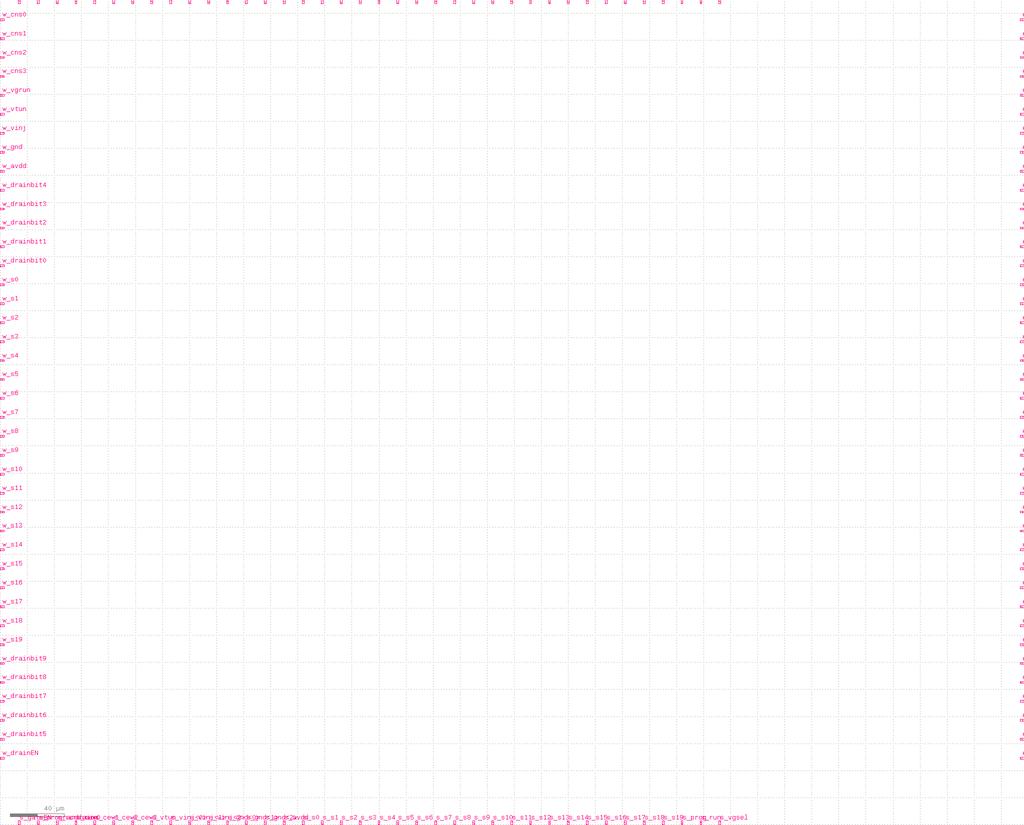
<source format=lef>
VERSION 5.5 ;
NAMESCASESENSITIVE ON ;
BUSBITCHARS "[]" ;
DIVIDERCHAR "/" ;

PROPERTYDEFINITIONS
  LAYER routingPitch REAL ;
END PROPERTYDEFINITIONS

UNITS
  DATABASE MICRONS 1000 ;
END UNITS
MANUFACTURINGGRID 0.01 ;
LAYER POLY1
  TYPE MASTERSLICE ;
END POLY1

LAYER CONT
  TYPE CUT ;
  SPACING 0.4 ;
END CONT

LAYER METAL1
  TYPE ROUTING ;
  DIRECTION HORIZONTAL ;
  PITCH 0 ;
  WIDTH 0.5 ;
  SPACING 0.45 ;
  PROPERTY routingPitch 1.25 ;
END METAL1

LAYER VIA12
  TYPE CUT ;
  SPACING 0.45 ;
END VIA12

LAYER METAL2
  TYPE ROUTING ;
  DIRECTION VERTICAL ;
  PITCH 0 ;
  WIDTH 0.6 ;
  SPACING 0.5 ;
  PROPERTY routingPitch 1.4 ;
END METAL2

LAYER VIA23
  TYPE CUT ;
  SPACING 0.45 ;
END VIA23

LAYER METAL3
  TYPE ROUTING ;
  DIRECTION HORIZONTAL ;
  PITCH 0 ;
  WIDTH 0.6 ;
  SPACING 0.5 ;
  PROPERTY routingPitch 1.25 ;
END METAL3

LAYER VIA34
  TYPE CUT ;
  SPACING 0.45 ;
END VIA34

LAYER METAL4
  TYPE ROUTING ;
  DIRECTION VERTICAL ;
  PITCH 0 ;
  WIDTH 0.6 ;
  SPACING 0.6 ;
  PROPERTY routingPitch 1.4 ;
END METAL4

LAYER OVERLAP
  TYPE OVERLAP ;
END OVERLAP

VIARULE M4_M3 GENERATE
  LAYER METAL3 ;
    ENCLOSURE 0.2 0.2 ;
  LAYER METAL4 ;
    ENCLOSURE 0.15 0.15 ;
  LAYER VIA34 ;
    RECT -0.25 -0.25 0.25 0.25 ;
    SPACING 1 BY 1 ;
END M4_M3

VIARULE M3_M2 GENERATE
  LAYER METAL2 ;
    ENCLOSURE 0.2 0.2 ;
  LAYER METAL3 ;
    ENCLOSURE 0.15 0.15 ;
  LAYER VIA23 ;
    RECT -0.25 -0.25 0.25 0.25 ;
    SPACING 1 BY 1 ;
END M3_M2

VIARULE M2_M1 GENERATE
  LAYER METAL1 ;
    ENCLOSURE 0.2 0.2 ;
  LAYER METAL2 ;
    ENCLOSURE 0.15 0.15 ;
  LAYER VIA12 ;
    RECT -0.25 -0.25 0.25 0.25 ;
    SPACING 1 BY 1 ;
END M2_M1

VIARULE M1_POLY1 GENERATE
  LAYER POLY1 ;
    ENCLOSURE 0.2 0.2 ;
  LAYER METAL1 ;
    ENCLOSURE 0.15 0.15 ;
  LAYER CONT ;
    RECT -0.2 -0.2 0.2 0.2 ;
    SPACING 1 BY 1 ;
END M1_POLY1

VIA M1_POLY1
  LAYER CONT ;
    RECT -0.2 -0.2 0.2 0.2 ;
  LAYER POLY1 ;
    RECT -0.4 -0.4 0.4 0.4 ;
  LAYER METAL1 ;
    RECT -0.35 -0.35 0.35 0.35 ;
END M1_POLY1

VIA M2_M1
  LAYER VIA12 ;
    RECT -0.25 -0.25 0.25 0.25 ;
  LAYER METAL2 ;
    RECT -0.4 -0.4 0.4 0.4 ;
  LAYER METAL1 ;
    RECT -0.45 -0.45 0.45 0.45 ;
END M2_M1

VIA M3_M2
  LAYER VIA23 ;
    RECT -0.25 -0.25 0.25 0.25 ;
  LAYER METAL3 ;
    RECT -0.4 -0.4 0.4 0.4 ;
  LAYER METAL2 ;
    RECT -0.45 -0.45 0.45 0.45 ;
END M3_M2

VIA M4_M3
  LAYER VIA34 ;
    RECT -0.25 -0.25 0.25 0.25 ;
  LAYER METAL4 ;
    RECT -0.4 -0.4 0.4 0.4 ;
  LAYER METAL3 ;
    RECT -0.45 -0.45 0.45 0.45 ;
END M4_M3


MACRO cab1
  PIN n_gateEN
    DIRECTION INOUT ;
    USE SIGNAL ;
    PORT
      LAYER METAL3 ;
        RECT 13.3 607.09 14.7 609.89 ;
    END
  END n_gateEN
  PIN n_programdrain
    DIRECTION INOUT ;
    USE SIGNAL ;
    PORT
      LAYER METAL3 ;
        RECT 27.3 607.09 28.7 609.89 ;
    END
  END n_programdrain
  PIN n_rundrain
    DIRECTION INOUT ;
    USE SIGNAL ;
    PORT
      LAYER METAL3 ;
        RECT 41.3 607.09 42.7 609.89 ;
    END
  END n_rundrain
  PIN n_cew0
    DIRECTION INOUT ;
    USE SIGNAL ;
    PORT
      LAYER METAL3 ;
        RECT 55.3 607.09 56.7 609.89 ;
    END
  END n_cew0
  PIN n_cew1
    DIRECTION INOUT ;
    USE SIGNAL ;
    PORT
      LAYER METAL3 ;
        RECT 69.3 607.09 70.7 609.89 ;
    END
  END n_cew1
  PIN n_cew2
    DIRECTION INOUT ;
    USE SIGNAL ;
    PORT
      LAYER METAL3 ;
        RECT 83.3 607.09 84.7 609.89 ;
    END
  END n_cew2
  PIN n_cew3
    DIRECTION INOUT ;
    USE SIGNAL ;
    PORT
      LAYER METAL3 ;
        RECT 97.3 607.09 98.7 609.89 ;
    END
  END n_cew3
  PIN n_vtun
    DIRECTION INOUT ;
    USE SIGNAL ;
    PORT
      LAYER METAL3 ;
        RECT 111.3 607.09 112.7 609.89 ;
    END
  END n_vtun
  PIN n_vinj<0>
    DIRECTION INOUT ;
    USE SIGNAL ;
    PORT
      LAYER METAL3 ;
        RECT 125.3 607.09 126.7 609.89 ;
    END
  END n_vinj<0>
  PIN n_vinj<1>
    DIRECTION INOUT ;
    USE SIGNAL ;
    PORT
      LAYER METAL3 ;
        RECT 139.3 607.09 140.7 609.89 ;
    END
  END n_vinj<1>
  PIN n_vinj<2>
    DIRECTION INOUT ;
    USE SIGNAL ;
    PORT
      LAYER METAL3 ;
        RECT 153.3 607.09 154.7 609.89 ;
    END
  END n_vinj<2>
  PIN n_gnd<0>
    DIRECTION INOUT ;
    USE SIGNAL ;
    PORT
      LAYER METAL3 ;
        RECT 167.3 607.09 168.7 609.89 ;
    END
  END n_gnd<0>
  PIN n_gnd<1>
    DIRECTION INOUT ;
    USE SIGNAL ;
    PORT
      LAYER METAL3 ;
        RECT 181.3 607.09 182.7 609.89 ;
    END
  END n_gnd<1>
  PIN n_gnd<2>
    DIRECTION INOUT ;
    USE SIGNAL ;
    PORT
      LAYER METAL3 ;
        RECT 195.3 607.09 196.7 609.89 ;
    END
  END n_gnd<2>
  PIN n_avdd
    DIRECTION INOUT ;
    USE SIGNAL ;
    PORT
      LAYER METAL3 ;
        RECT 209.3 607.09 210.7 609.89 ;
    END
  END n_avdd
  PIN n_s0
    DIRECTION INOUT ;
    USE SIGNAL ;
    PORT
      LAYER METAL3 ;
        RECT 223.3 607.09 224.7 609.89 ;
    END
  END n_s0
  PIN n_s1
    DIRECTION INOUT ;
    USE SIGNAL ;
    PORT
      LAYER METAL3 ;
        RECT 237.3 607.09 238.7 609.89 ;
    END
  END n_s1
  PIN n_s2
    DIRECTION INOUT ;
    USE SIGNAL ;
    PORT
      LAYER METAL3 ;
        RECT 251.3 607.09 252.7 609.89 ;
    END
  END n_s2
  PIN n_s3
    DIRECTION INOUT ;
    USE SIGNAL ;
    PORT
      LAYER METAL3 ;
        RECT 265.3 607.09 266.7 609.89 ;
    END
  END n_s3
  PIN n_s4
    DIRECTION INOUT ;
    USE SIGNAL ;
    PORT
      LAYER METAL3 ;
        RECT 279.3 607.09 280.7 609.89 ;
    END
  END n_s4
  PIN n_s5
    DIRECTION INOUT ;
    USE SIGNAL ;
    PORT
      LAYER METAL3 ;
        RECT 293.3 607.09 294.7 609.89 ;
    END
  END n_s5
  PIN n_s6
    DIRECTION INOUT ;
    USE SIGNAL ;
    PORT
      LAYER METAL3 ;
        RECT 307.3 607.09 308.7 609.89 ;
    END
  END n_s6
  PIN n_s7
    DIRECTION INOUT ;
    USE SIGNAL ;
    PORT
      LAYER METAL3 ;
        RECT 321.3 607.09 322.7 609.89 ;
    END
  END n_s7
  PIN n_s8
    DIRECTION INOUT ;
    USE SIGNAL ;
    PORT
      LAYER METAL3 ;
        RECT 335.3 607.09 336.7 609.89 ;
    END
  END n_s8
  PIN n_s9
    DIRECTION INOUT ;
    USE SIGNAL ;
    PORT
      LAYER METAL3 ;
        RECT 349.3 607.09 350.7 609.89 ;
    END
  END n_s9
  PIN n_s10
    DIRECTION INOUT ;
    USE SIGNAL ;
    PORT
      LAYER METAL3 ;
        RECT 363.3 607.09 364.7 609.89 ;
    END
  END n_s10
  PIN n_s11
    DIRECTION INOUT ;
    USE SIGNAL ;
    PORT
      LAYER METAL3 ;
        RECT 377.3 607.09 378.7 609.89 ;
    END
  END n_s11
  PIN n_s12
    DIRECTION INOUT ;
    USE SIGNAL ;
    PORT
      LAYER METAL3 ;
        RECT 391.3 607.09 392.7 609.89 ;
    END
  END n_s12
  PIN n_s13
    DIRECTION INOUT ;
    USE SIGNAL ;
    PORT
      LAYER METAL3 ;
        RECT 405.3 607.09 406.7 609.89 ;
    END
  END n_s13
  PIN n_s14
    DIRECTION INOUT ;
    USE SIGNAL ;
    PORT
      LAYER METAL3 ;
        RECT 419.3 607.09 420.7 609.89 ;
    END
  END n_s14
  PIN n_s15
    DIRECTION INOUT ;
    USE SIGNAL ;
    PORT
      LAYER METAL3 ;
        RECT 433.3 607.09 434.7 609.89 ;
    END
  END n_s15
  PIN n_s16
    DIRECTION INOUT ;
    USE SIGNAL ;
    PORT
      LAYER METAL3 ;
        RECT 447.3 607.09 448.7 609.89 ;
    END
  END n_s16
  PIN n_s17
    DIRECTION INOUT ;
    USE SIGNAL ;
    PORT
      LAYER METAL3 ;
        RECT 461.3 607.09 462.7 609.89 ;
    END
  END n_s17
  PIN n_s18
    DIRECTION INOUT ;
    USE SIGNAL ;
    PORT
      LAYER METAL3 ;
        RECT 475.3 607.09 476.7 609.89 ;
    END
  END n_s18
  PIN n_s19
    DIRECTION INOUT ;
    USE SIGNAL ;
    PORT
      LAYER METAL3 ;
        RECT 489.3 607.09 490.7 609.89 ;
    END
  END n_s19
  PIN n_prog
    DIRECTION INOUT ;
    USE SIGNAL ;
    PORT
      LAYER METAL3 ;
        RECT 503.3 607.09 504.7 609.89 ;
    END
  END n_prog
  PIN n_run
    DIRECTION INOUT ;
    USE SIGNAL ;
    PORT
      LAYER METAL3 ;
        RECT 517.3 607.09 518.7 609.89 ;
    END
  END n_run
  PIN n_vgsel
    DIRECTION INOUT ;
    USE SIGNAL ;
    PORT
      LAYER METAL3 ;
        RECT 531.3 607.09 532.7 609.89 ;
    END
  END n_vgsel
  PIN e_cns0
    DIRECTION INOUT ;
    USE SIGNAL ;
    PORT
      LAYER METAL3 ;
        RECT 726.64 594.49 729.44 595.89 ;
    END
  END e_cns0
  PIN e_cns1
    DIRECTION INOUT ;
    USE SIGNAL ;
    PORT
      LAYER METAL3 ;
        RECT 726.64 580.49 729.44 581.89 ;
    END
  END e_cns1
  PIN e_cns2
    DIRECTION INOUT ;
    USE SIGNAL ;
    PORT
      LAYER METAL3 ;
        RECT 726.64 566.49 729.44 567.89 ;
    END
  END e_cns2
  PIN e_cns3
    DIRECTION INOUT ;
    USE SIGNAL ;
    PORT
      LAYER METAL3 ;
        RECT 726.64 552.49 729.44 553.89 ;
    END
  END e_cns3
  PIN e_vgrun
    DIRECTION INOUT ;
    USE SIGNAL ;
    PORT
      LAYER METAL3 ;
        RECT 726.64 538.49 729.44 539.89 ;
    END
  END e_vgrun
  PIN e_vtun
    DIRECTION INOUT ;
    USE SIGNAL ;
    PORT
      LAYER METAL3 ;
        RECT 726.64 524.49 729.44 525.89 ;
    END
  END e_vtun
  PIN e_vinj
    DIRECTION INOUT ;
    USE SIGNAL ;
    PORT
      LAYER METAL3 ;
        RECT 726.64 510.49 729.44 511.89 ;
    END
  END e_vinj
  PIN e_gnd
    DIRECTION INOUT ;
    USE SIGNAL ;
    PORT
      LAYER METAL3 ;
        RECT 726.64 496.49 729.44 497.89 ;
    END
  END e_gnd
  PIN e_avdd
    DIRECTION INOUT ;
    USE SIGNAL ;
    PORT
      LAYER METAL3 ;
        RECT 726.64 482.49 729.44 483.89 ;
    END
  END e_avdd
  PIN e_drainbit4
    DIRECTION INOUT ;
    USE SIGNAL ;
    PORT
      LAYER METAL3 ;
        RECT 726.64 468.49 729.44 469.89 ;
    END
  END e_drainbit4
  PIN e_drainbit3
    DIRECTION INOUT ;
    USE SIGNAL ;
    PORT
      LAYER METAL3 ;
        RECT 726.64 454.49 729.44 455.89 ;
    END
  END e_drainbit3
  PIN e_drainbit2
    DIRECTION INOUT ;
    USE SIGNAL ;
    PORT
      LAYER METAL3 ;
        RECT 726.64 440.49 729.44 441.89 ;
    END
  END e_drainbit2
  PIN e_drainbit1
    DIRECTION INOUT ;
    USE SIGNAL ;
    PORT
      LAYER METAL3 ;
        RECT 726.64 426.49 729.44 427.89 ;
    END
  END e_drainbit1
  PIN e_drainbit0
    DIRECTION INOUT ;
    USE SIGNAL ;
    PORT
      LAYER METAL3 ;
        RECT 726.64 412.49 729.44 413.89 ;
    END
  END e_drainbit0
  PIN e_s0
    DIRECTION INOUT ;
    USE SIGNAL ;
    PORT
      LAYER METAL3 ;
        RECT 726.64 398.49 729.44 399.89 ;
    END
  END e_s0
  PIN e_s1
    DIRECTION INOUT ;
    USE SIGNAL ;
    PORT
      LAYER METAL3 ;
        RECT 726.64 384.49 729.44 385.89 ;
    END
  END e_s1
  PIN e_s2
    DIRECTION INOUT ;
    USE SIGNAL ;
    PORT
      LAYER METAL3 ;
        RECT 726.64 370.49 729.44 371.89 ;
    END
  END e_s2
  PIN e_s3
    DIRECTION INOUT ;
    USE SIGNAL ;
    PORT
      LAYER METAL3 ;
        RECT 726.64 356.49 729.44 357.89 ;
    END
  END e_s3
  PIN e_s4
    DIRECTION INOUT ;
    USE SIGNAL ;
    PORT
      LAYER METAL3 ;
        RECT 726.64 342.49 729.44 343.89 ;
    END
  END e_s4
  PIN e_s5
    DIRECTION INOUT ;
    USE SIGNAL ;
    PORT
      LAYER METAL3 ;
        RECT 726.64 328.49 729.44 329.89 ;
    END
  END e_s5
  PIN e_s6
    DIRECTION INOUT ;
    USE SIGNAL ;
    PORT
      LAYER METAL3 ;
        RECT 726.64 314.49 729.44 315.89 ;
    END
  END e_s6
  PIN e_s7
    DIRECTION INOUT ;
    USE SIGNAL ;
    PORT
      LAYER METAL3 ;
        RECT 726.64 300.49 729.44 301.89 ;
    END
  END e_s7
  PIN e_s8
    DIRECTION INOUT ;
    USE SIGNAL ;
    PORT
      LAYER METAL3 ;
        RECT 726.64 286.49 729.44 287.89 ;
    END
  END e_s8
  PIN e_s9
    DIRECTION INOUT ;
    USE SIGNAL ;
    PORT
      LAYER METAL3 ;
        RECT 726.64 272.49 729.44 273.89 ;
    END
  END e_s9
  PIN e_s10
    DIRECTION INOUT ;
    USE SIGNAL ;
    PORT
      LAYER METAL3 ;
        RECT 726.64 258.49 729.44 259.89 ;
    END
  END e_s10
  PIN e_s11
    DIRECTION INOUT ;
    USE SIGNAL ;
    PORT
      LAYER METAL3 ;
        RECT 726.64 244.49 729.44 245.89 ;
    END
  END e_s11
  PIN e_s12
    DIRECTION INOUT ;
    USE SIGNAL ;
    PORT
      LAYER METAL3 ;
        RECT 726.64 230.49 729.44 231.89 ;
    END
  END e_s12
  PIN e_s13
    DIRECTION INOUT ;
    USE SIGNAL ;
    PORT
      LAYER METAL3 ;
        RECT 726.64 216.49 729.44 217.89 ;
    END
  END e_s13
  PIN e_s14
    DIRECTION INOUT ;
    USE SIGNAL ;
    PORT
      LAYER METAL3 ;
        RECT 726.64 202.49 729.44 203.89 ;
    END
  END e_s14
  PIN e_s15
    DIRECTION INOUT ;
    USE SIGNAL ;
    PORT
      LAYER METAL3 ;
        RECT 726.64 188.49 729.44 189.89 ;
    END
  END e_s15
  PIN e_s16
    DIRECTION INOUT ;
    USE SIGNAL ;
    PORT
      LAYER METAL3 ;
        RECT 726.64 174.49 729.44 175.89 ;
    END
  END e_s16
  PIN e_s17
    DIRECTION INOUT ;
    USE SIGNAL ;
    PORT
      LAYER METAL3 ;
        RECT 726.64 160.49 729.44 161.89 ;
    END
  END e_s17
  PIN e_s18
    DIRECTION INOUT ;
    USE SIGNAL ;
    PORT
      LAYER METAL3 ;
        RECT 726.64 146.49 729.44 147.89 ;
    END
  END e_s18
  PIN e_s19
    DIRECTION INOUT ;
    USE SIGNAL ;
    PORT
      LAYER METAL3 ;
        RECT 726.64 132.49 729.44 133.89 ;
    END
  END e_s19
  PIN e_drainbit9
    DIRECTION INOUT ;
    USE SIGNAL ;
    PORT
      LAYER METAL3 ;
        RECT 726.64 118.49 729.44 119.89 ;
    END
  END e_drainbit9
  PIN e_drainbit8
    DIRECTION INOUT ;
    USE SIGNAL ;
    PORT
      LAYER METAL3 ;
        RECT 726.64 104.49 729.44 105.89 ;
    END
  END e_drainbit8
  PIN e_drainbit7
    DIRECTION INOUT ;
    USE SIGNAL ;
    PORT
      LAYER METAL3 ;
        RECT 726.64 90.49 729.44 91.89 ;
    END
  END e_drainbit7
  PIN e_drainbit6
    DIRECTION INOUT ;
    USE SIGNAL ;
    PORT
      LAYER METAL3 ;
        RECT 726.64 76.49 729.44 77.89 ;
    END
  END e_drainbit6
  PIN e_drainbit5
    DIRECTION INOUT ;
    USE SIGNAL ;
    PORT
      LAYER METAL3 ;
        RECT 726.64 62.49 729.44 63.89 ;
    END
  END e_drainbit5
  PIN e_drainEN
    DIRECTION INOUT ;
    USE SIGNAL ;
    PORT
      LAYER METAL3 ;
        RECT 726.64 48.49 729.44 49.89 ;
    END
  END e_drainEN
  PIN s_gateEN
    DIRECTION INOUT ;
    USE SIGNAL ;
    PORT
      LAYER METAL3 ;
        RECT 13.3 0.0 14.7 2.8 ;
    END
  END s_gateEN
  PIN s_programdrain
    DIRECTION INOUT ;
    USE SIGNAL ;
    PORT
      LAYER METAL3 ;
        RECT 27.3 0.0 28.7 2.8 ;
    END
  END s_programdrain
  PIN s_rundrain
    DIRECTION INOUT ;
    USE SIGNAL ;
    PORT
      LAYER METAL3 ;
        RECT 41.3 0.0 42.7 2.8 ;
    END
  END s_rundrain
  PIN s_cew0
    DIRECTION INOUT ;
    USE SIGNAL ;
    PORT
      LAYER METAL3 ;
        RECT 55.3 0.0 56.7 2.8 ;
    END
  END s_cew0
  PIN s_cew1
    DIRECTION INOUT ;
    USE SIGNAL ;
    PORT
      LAYER METAL3 ;
        RECT 69.3 0.0 70.7 2.8 ;
    END
  END s_cew1
  PIN s_cew2
    DIRECTION INOUT ;
    USE SIGNAL ;
    PORT
      LAYER METAL3 ;
        RECT 83.3 0.0 84.7 2.8 ;
    END
  END s_cew2
  PIN s_cew3
    DIRECTION INOUT ;
    USE SIGNAL ;
    PORT
      LAYER METAL3 ;
        RECT 97.3 0.0 98.7 2.8 ;
    END
  END s_cew3
  PIN s_vtun
    DIRECTION INOUT ;
    USE SIGNAL ;
    PORT
      LAYER METAL3 ;
        RECT 111.3 0.0 112.7 2.8 ;
    END
  END s_vtun
  PIN s_vinj<0>
    DIRECTION INOUT ;
    USE SIGNAL ;
    PORT
      LAYER METAL3 ;
        RECT 125.3 0.0 126.7 2.8 ;
    END
  END s_vinj<0>
  PIN s_vinj<1>
    DIRECTION INOUT ;
    USE SIGNAL ;
    PORT
      LAYER METAL3 ;
        RECT 139.3 0.0 140.7 2.8 ;
    END
  END s_vinj<1>
  PIN s_vinj<2>
    DIRECTION INOUT ;
    USE SIGNAL ;
    PORT
      LAYER METAL3 ;
        RECT 153.3 0.0 154.7 2.8 ;
    END
  END s_vinj<2>
  PIN s_gnd<0>
    DIRECTION INOUT ;
    USE SIGNAL ;
    PORT
      LAYER METAL3 ;
        RECT 167.3 0.0 168.7 2.8 ;
    END
  END s_gnd<0>
  PIN s_gnd<1>
    DIRECTION INOUT ;
    USE SIGNAL ;
    PORT
      LAYER METAL3 ;
        RECT 181.3 0.0 182.7 2.8 ;
    END
  END s_gnd<1>
  PIN s_gnd<2>
    DIRECTION INOUT ;
    USE SIGNAL ;
    PORT
      LAYER METAL3 ;
        RECT 195.3 0.0 196.7 2.8 ;
    END
  END s_gnd<2>
  PIN s_avdd
    DIRECTION INOUT ;
    USE SIGNAL ;
    PORT
      LAYER METAL3 ;
        RECT 209.3 0.0 210.7 2.8 ;
    END
  END s_avdd
  PIN s_s0
    DIRECTION INOUT ;
    USE SIGNAL ;
    PORT
      LAYER METAL3 ;
        RECT 223.3 0.0 224.7 2.8 ;
    END
  END s_s0
  PIN s_s1
    DIRECTION INOUT ;
    USE SIGNAL ;
    PORT
      LAYER METAL3 ;
        RECT 237.3 0.0 238.7 2.8 ;
    END
  END s_s1
  PIN s_s2
    DIRECTION INOUT ;
    USE SIGNAL ;
    PORT
      LAYER METAL3 ;
        RECT 251.3 0.0 252.7 2.8 ;
    END
  END s_s2
  PIN s_s3
    DIRECTION INOUT ;
    USE SIGNAL ;
    PORT
      LAYER METAL3 ;
        RECT 265.3 0.0 266.7 2.8 ;
    END
  END s_s3
  PIN s_s4
    DIRECTION INOUT ;
    USE SIGNAL ;
    PORT
      LAYER METAL3 ;
        RECT 279.3 0.0 280.7 2.8 ;
    END
  END s_s4
  PIN s_s5
    DIRECTION INOUT ;
    USE SIGNAL ;
    PORT
      LAYER METAL3 ;
        RECT 293.3 0.0 294.7 2.8 ;
    END
  END s_s5
  PIN s_s6
    DIRECTION INOUT ;
    USE SIGNAL ;
    PORT
      LAYER METAL3 ;
        RECT 307.3 0.0 308.7 2.8 ;
    END
  END s_s6
  PIN s_s7
    DIRECTION INOUT ;
    USE SIGNAL ;
    PORT
      LAYER METAL3 ;
        RECT 321.3 0.0 322.7 2.8 ;
    END
  END s_s7
  PIN s_s8
    DIRECTION INOUT ;
    USE SIGNAL ;
    PORT
      LAYER METAL3 ;
        RECT 335.3 0.0 336.7 2.8 ;
    END
  END s_s8
  PIN s_s9
    DIRECTION INOUT ;
    USE SIGNAL ;
    PORT
      LAYER METAL3 ;
        RECT 349.3 0.0 350.7 2.8 ;
    END
  END s_s9
  PIN s_s10
    DIRECTION INOUT ;
    USE SIGNAL ;
    PORT
      LAYER METAL3 ;
        RECT 363.3 0.0 364.7 2.8 ;
    END
  END s_s10
  PIN s_s11
    DIRECTION INOUT ;
    USE SIGNAL ;
    PORT
      LAYER METAL3 ;
        RECT 377.3 0.0 378.7 2.8 ;
    END
  END s_s11
  PIN s_s12
    DIRECTION INOUT ;
    USE SIGNAL ;
    PORT
      LAYER METAL3 ;
        RECT 391.3 0.0 392.7 2.8 ;
    END
  END s_s12
  PIN s_s13
    DIRECTION INOUT ;
    USE SIGNAL ;
    PORT
      LAYER METAL3 ;
        RECT 405.3 0.0 406.7 2.8 ;
    END
  END s_s13
  PIN s_s14
    DIRECTION INOUT ;
    USE SIGNAL ;
    PORT
      LAYER METAL3 ;
        RECT 419.3 0.0 420.7 2.8 ;
    END
  END s_s14
  PIN s_s15
    DIRECTION INOUT ;
    USE SIGNAL ;
    PORT
      LAYER METAL3 ;
        RECT 433.3 0.0 434.7 2.8 ;
    END
  END s_s15
  PIN s_s16
    DIRECTION INOUT ;
    USE SIGNAL ;
    PORT
      LAYER METAL3 ;
        RECT 447.3 0.0 448.7 2.8 ;
    END
  END s_s16
  PIN s_s17
    DIRECTION INOUT ;
    USE SIGNAL ;
    PORT
      LAYER METAL3 ;
        RECT 461.3 0.0 462.7 2.8 ;
    END
  END s_s17
  PIN s_s18
    DIRECTION INOUT ;
    USE SIGNAL ;
    PORT
      LAYER METAL3 ;
        RECT 475.3 0.0 476.7 2.8 ;
    END
  END s_s18
  PIN s_s19
    DIRECTION INOUT ;
    USE SIGNAL ;
    PORT
      LAYER METAL3 ;
        RECT 489.3 0.0 490.7 2.8 ;
    END
  END s_s19
  PIN s_prog
    DIRECTION INOUT ;
    USE SIGNAL ;
    PORT
      LAYER METAL3 ;
        RECT 503.3 0.0 504.7 2.8 ;
    END
  END s_prog
  PIN s_run
    DIRECTION INOUT ;
    USE SIGNAL ;
    PORT
      LAYER METAL3 ;
        RECT 517.3 0.0 518.7 2.8 ;
    END
  END s_run
  PIN s_vgsel
    DIRECTION INOUT ;
    USE SIGNAL ;
    PORT
      LAYER METAL3 ;
        RECT 531.3 0.0 532.7 2.8 ;
    END
  END s_vgsel
  PIN w_cns0
    DIRECTION INOUT ;
    USE SIGNAL ;
    PORT
      LAYER METAL3 ;
        RECT 0.0 594.49 2.8 595.89 ;
    END
  END w_cns0
  PIN w_cns1
    DIRECTION INOUT ;
    USE SIGNAL ;
    PORT
      LAYER METAL3 ;
        RECT 0.0 580.49 2.8 581.89 ;
    END
  END w_cns1
  PIN w_cns2
    DIRECTION INOUT ;
    USE SIGNAL ;
    PORT
      LAYER METAL3 ;
        RECT 0.0 566.49 2.8 567.89 ;
    END
  END w_cns2
  PIN w_cns3
    DIRECTION INOUT ;
    USE SIGNAL ;
    PORT
      LAYER METAL3 ;
        RECT 0.0 552.49 2.8 553.89 ;
    END
  END w_cns3
  PIN w_vgrun
    DIRECTION INOUT ;
    USE SIGNAL ;
    PORT
      LAYER METAL3 ;
        RECT 0.0 538.49 2.8 539.89 ;
    END
  END w_vgrun
  PIN w_vtun
    DIRECTION INOUT ;
    USE SIGNAL ;
    PORT
      LAYER METAL3 ;
        RECT 0.0 524.49 2.8 525.89 ;
    END
  END w_vtun
  PIN w_vinj
    DIRECTION INOUT ;
    USE SIGNAL ;
    PORT
      LAYER METAL3 ;
        RECT 0.0 510.49 2.8 511.89 ;
    END
  END w_vinj
  PIN w_gnd
    DIRECTION INOUT ;
    USE SIGNAL ;
    PORT
      LAYER METAL3 ;
        RECT 0.0 496.49 2.8 497.89 ;
    END
  END w_gnd
  PIN w_avdd
    DIRECTION INOUT ;
    USE SIGNAL ;
    PORT
      LAYER METAL3 ;
        RECT 0.0 482.49 2.8 483.89 ;
    END
  END w_avdd
  PIN w_drainbit4
    DIRECTION INOUT ;
    USE SIGNAL ;
    PORT
      LAYER METAL3 ;
        RECT 0.0 468.49 2.8 469.89 ;
    END
  END w_drainbit4
  PIN w_drainbit3
    DIRECTION INOUT ;
    USE SIGNAL ;
    PORT
      LAYER METAL3 ;
        RECT 0.0 454.49 2.8 455.89 ;
    END
  END w_drainbit3
  PIN w_drainbit2
    DIRECTION INOUT ;
    USE SIGNAL ;
    PORT
      LAYER METAL3 ;
        RECT 0.0 440.49 2.8 441.89 ;
    END
  END w_drainbit2
  PIN w_drainbit1
    DIRECTION INOUT ;
    USE SIGNAL ;
    PORT
      LAYER METAL3 ;
        RECT 0.0 426.49 2.8 427.89 ;
    END
  END w_drainbit1
  PIN w_drainbit0
    DIRECTION INOUT ;
    USE SIGNAL ;
    PORT
      LAYER METAL3 ;
        RECT 0.0 412.49 2.8 413.89 ;
    END
  END w_drainbit0
  PIN w_s0
    DIRECTION INOUT ;
    USE SIGNAL ;
    PORT
      LAYER METAL3 ;
        RECT 0.0 398.49 2.8 399.89 ;
    END
  END w_s0
  PIN w_s1
    DIRECTION INOUT ;
    USE SIGNAL ;
    PORT
      LAYER METAL3 ;
        RECT 0.0 384.49 2.8 385.89 ;
    END
  END w_s1
  PIN w_s2
    DIRECTION INOUT ;
    USE SIGNAL ;
    PORT
      LAYER METAL3 ;
        RECT 0.0 370.49 2.8 371.89 ;
    END
  END w_s2
  PIN w_s3
    DIRECTION INOUT ;
    USE SIGNAL ;
    PORT
      LAYER METAL3 ;
        RECT 0.0 356.49 2.8 357.89 ;
    END
  END w_s3
  PIN w_s4
    DIRECTION INOUT ;
    USE SIGNAL ;
    PORT
      LAYER METAL3 ;
        RECT 0.0 342.49 2.8 343.89 ;
    END
  END w_s4
  PIN w_s5
    DIRECTION INOUT ;
    USE SIGNAL ;
    PORT
      LAYER METAL3 ;
        RECT 0.0 328.49 2.8 329.89 ;
    END
  END w_s5
  PIN w_s6
    DIRECTION INOUT ;
    USE SIGNAL ;
    PORT
      LAYER METAL3 ;
        RECT 0.0 314.49 2.8 315.89 ;
    END
  END w_s6
  PIN w_s7
    DIRECTION INOUT ;
    USE SIGNAL ;
    PORT
      LAYER METAL3 ;
        RECT 0.0 300.49 2.8 301.89 ;
    END
  END w_s7
  PIN w_s8
    DIRECTION INOUT ;
    USE SIGNAL ;
    PORT
      LAYER METAL3 ;
        RECT 0.0 286.49 2.8 287.89 ;
    END
  END w_s8
  PIN w_s9
    DIRECTION INOUT ;
    USE SIGNAL ;
    PORT
      LAYER METAL3 ;
        RECT 0.0 272.49 2.8 273.89 ;
    END
  END w_s9
  PIN w_s10
    DIRECTION INOUT ;
    USE SIGNAL ;
    PORT
      LAYER METAL3 ;
        RECT 0.0 258.49 2.8 259.89 ;
    END
  END w_s10
  PIN w_s11
    DIRECTION INOUT ;
    USE SIGNAL ;
    PORT
      LAYER METAL3 ;
        RECT 0.0 244.49 2.8 245.89 ;
    END
  END w_s11
  PIN w_s12
    DIRECTION INOUT ;
    USE SIGNAL ;
    PORT
      LAYER METAL3 ;
        RECT 0.0 230.49 2.8 231.89 ;
    END
  END w_s12
  PIN w_s13
    DIRECTION INOUT ;
    USE SIGNAL ;
    PORT
      LAYER METAL3 ;
        RECT 0.0 216.49 2.8 217.89 ;
    END
  END w_s13
  PIN w_s14
    DIRECTION INOUT ;
    USE SIGNAL ;
    PORT
      LAYER METAL3 ;
        RECT 0.0 202.49 2.8 203.89 ;
    END
  END w_s14
  PIN w_s15
    DIRECTION INOUT ;
    USE SIGNAL ;
    PORT
      LAYER METAL3 ;
        RECT 0.0 188.49 2.8 189.89 ;
    END
  END w_s15
  PIN w_s16
    DIRECTION INOUT ;
    USE SIGNAL ;
    PORT
      LAYER METAL3 ;
        RECT 0.0 174.49 2.8 175.89 ;
    END
  END w_s16
  PIN w_s17
    DIRECTION INOUT ;
    USE SIGNAL ;
    PORT
      LAYER METAL3 ;
        RECT 0.0 160.49 2.8 161.89 ;
    END
  END w_s17
  PIN w_s18
    DIRECTION INOUT ;
    USE SIGNAL ;
    PORT
      LAYER METAL3 ;
        RECT 0.0 146.49 2.8 147.89 ;
    END
  END w_s18
  PIN w_s19
    DIRECTION INOUT ;
    USE SIGNAL ;
    PORT
      LAYER METAL3 ;
        RECT 0.0 132.49 2.8 133.89 ;
    END
  END w_s19
  PIN w_drainbit9
    DIRECTION INOUT ;
    USE SIGNAL ;
    PORT
      LAYER METAL3 ;
        RECT 0.0 118.49 2.8 119.89 ;
    END
  END w_drainbit9
  PIN w_drainbit8
    DIRECTION INOUT ;
    USE SIGNAL ;
    PORT
      LAYER METAL3 ;
        RECT 0.0 104.49 2.8 105.89 ;
    END
  END w_drainbit8
  PIN w_drainbit7
    DIRECTION INOUT ;
    USE SIGNAL ;
    PORT
      LAYER METAL3 ;
        RECT 0.0 90.49 2.8 91.89 ;
    END
  END w_drainbit7
  PIN w_drainbit6
    DIRECTION INOUT ;
    USE SIGNAL ;
    PORT
      LAYER METAL3 ;
        RECT 0.0 76.49 2.8 77.89 ;
    END
  END w_drainbit6
  PIN w_drainbit5
    DIRECTION INOUT ;
    USE SIGNAL ;
    PORT
      LAYER METAL3 ;
        RECT 0.0 62.49 2.8 63.89 ;
    END
  END w_drainbit5
  PIN w_drainEN
    DIRECTION INOUT ;
    USE SIGNAL ;
    PORT
      LAYER METAL3 ;
        RECT 0.0 48.49 2.8 49.89 ;
    END
  END w_drainEN
END cab1

MACRO cab2
  PIN n_gateEN
    DIRECTION INOUT ;
    USE SIGNAL ;
    PORT
      LAYER METAL3 ;
        RECT 13.3 607.09 14.7 609.89 ;
    END
  END n_gateEN
  PIN n_programdrain
    DIRECTION INOUT ;
    USE SIGNAL ;
    PORT
      LAYER METAL3 ;
        RECT 27.3 607.09 28.7 609.89 ;
    END
  END n_programdrain
  PIN n_rundrain
    DIRECTION INOUT ;
    USE SIGNAL ;
    PORT
      LAYER METAL3 ;
        RECT 41.3 607.09 42.7 609.89 ;
    END
  END n_rundrain
  PIN n_cew0
    DIRECTION INOUT ;
    USE SIGNAL ;
    PORT
      LAYER METAL3 ;
        RECT 55.3 607.09 56.7 609.89 ;
    END
  END n_cew0
  PIN n_cew1
    DIRECTION INOUT ;
    USE SIGNAL ;
    PORT
      LAYER METAL3 ;
        RECT 69.3 607.09 70.7 609.89 ;
    END
  END n_cew1
  PIN n_cew2
    DIRECTION INOUT ;
    USE SIGNAL ;
    PORT
      LAYER METAL3 ;
        RECT 83.3 607.09 84.7 609.89 ;
    END
  END n_cew2
  PIN n_cew3
    DIRECTION INOUT ;
    USE SIGNAL ;
    PORT
      LAYER METAL3 ;
        RECT 97.3 607.09 98.7 609.89 ;
    END
  END n_cew3
  PIN n_vtun
    DIRECTION INOUT ;
    USE SIGNAL ;
    PORT
      LAYER METAL3 ;
        RECT 111.3 607.09 112.7 609.89 ;
    END
  END n_vtun
  PIN n_vinj<0>
    DIRECTION INOUT ;
    USE SIGNAL ;
    PORT
      LAYER METAL3 ;
        RECT 125.3 607.09 126.7 609.89 ;
    END
  END n_vinj<0>
  PIN n_vinj<1>
    DIRECTION INOUT ;
    USE SIGNAL ;
    PORT
      LAYER METAL3 ;
        RECT 139.3 607.09 140.7 609.89 ;
    END
  END n_vinj<1>
  PIN n_vinj<2>
    DIRECTION INOUT ;
    USE SIGNAL ;
    PORT
      LAYER METAL3 ;
        RECT 153.3 607.09 154.7 609.89 ;
    END
  END n_vinj<2>
  PIN n_gnd<0>
    DIRECTION INOUT ;
    USE SIGNAL ;
    PORT
      LAYER METAL3 ;
        RECT 167.3 607.09 168.7 609.89 ;
    END
  END n_gnd<0>
  PIN n_gnd<1>
    DIRECTION INOUT ;
    USE SIGNAL ;
    PORT
      LAYER METAL3 ;
        RECT 181.3 607.09 182.7 609.89 ;
    END
  END n_gnd<1>
  PIN n_gnd<2>
    DIRECTION INOUT ;
    USE SIGNAL ;
    PORT
      LAYER METAL3 ;
        RECT 195.3 607.09 196.7 609.89 ;
    END
  END n_gnd<2>
  PIN n_avdd
    DIRECTION INOUT ;
    USE SIGNAL ;
    PORT
      LAYER METAL3 ;
        RECT 209.3 607.09 210.7 609.89 ;
    END
  END n_avdd
  PIN n_s0
    DIRECTION INOUT ;
    USE SIGNAL ;
    PORT
      LAYER METAL3 ;
        RECT 223.3 607.09 224.7 609.89 ;
    END
  END n_s0
  PIN n_s1
    DIRECTION INOUT ;
    USE SIGNAL ;
    PORT
      LAYER METAL3 ;
        RECT 237.3 607.09 238.7 609.89 ;
    END
  END n_s1
  PIN n_s2
    DIRECTION INOUT ;
    USE SIGNAL ;
    PORT
      LAYER METAL3 ;
        RECT 251.3 607.09 252.7 609.89 ;
    END
  END n_s2
  PIN n_s3
    DIRECTION INOUT ;
    USE SIGNAL ;
    PORT
      LAYER METAL3 ;
        RECT 265.3 607.09 266.7 609.89 ;
    END
  END n_s3
  PIN n_s4
    DIRECTION INOUT ;
    USE SIGNAL ;
    PORT
      LAYER METAL3 ;
        RECT 279.3 607.09 280.7 609.89 ;
    END
  END n_s4
  PIN n_s5
    DIRECTION INOUT ;
    USE SIGNAL ;
    PORT
      LAYER METAL3 ;
        RECT 293.3 607.09 294.7 609.89 ;
    END
  END n_s5
  PIN n_s6
    DIRECTION INOUT ;
    USE SIGNAL ;
    PORT
      LAYER METAL3 ;
        RECT 307.3 607.09 308.7 609.89 ;
    END
  END n_s6
  PIN n_s7
    DIRECTION INOUT ;
    USE SIGNAL ;
    PORT
      LAYER METAL3 ;
        RECT 321.3 607.09 322.7 609.89 ;
    END
  END n_s7
  PIN n_s8
    DIRECTION INOUT ;
    USE SIGNAL ;
    PORT
      LAYER METAL3 ;
        RECT 335.3 607.09 336.7 609.89 ;
    END
  END n_s8
  PIN n_s9
    DIRECTION INOUT ;
    USE SIGNAL ;
    PORT
      LAYER METAL3 ;
        RECT 349.3 607.09 350.7 609.89 ;
    END
  END n_s9
  PIN n_s10
    DIRECTION INOUT ;
    USE SIGNAL ;
    PORT
      LAYER METAL3 ;
        RECT 363.3 607.09 364.7 609.89 ;
    END
  END n_s10
  PIN n_s11
    DIRECTION INOUT ;
    USE SIGNAL ;
    PORT
      LAYER METAL3 ;
        RECT 377.3 607.09 378.7 609.89 ;
    END
  END n_s11
  PIN n_s12
    DIRECTION INOUT ;
    USE SIGNAL ;
    PORT
      LAYER METAL3 ;
        RECT 391.3 607.09 392.7 609.89 ;
    END
  END n_s12
  PIN n_s13
    DIRECTION INOUT ;
    USE SIGNAL ;
    PORT
      LAYER METAL3 ;
        RECT 405.3 607.09 406.7 609.89 ;
    END
  END n_s13
  PIN n_s14
    DIRECTION INOUT ;
    USE SIGNAL ;
    PORT
      LAYER METAL3 ;
        RECT 419.3 607.09 420.7 609.89 ;
    END
  END n_s14
  PIN n_s15
    DIRECTION INOUT ;
    USE SIGNAL ;
    PORT
      LAYER METAL3 ;
        RECT 433.3 607.09 434.7 609.89 ;
    END
  END n_s15
  PIN n_s16
    DIRECTION INOUT ;
    USE SIGNAL ;
    PORT
      LAYER METAL3 ;
        RECT 447.3 607.09 448.7 609.89 ;
    END
  END n_s16
  PIN n_s17
    DIRECTION INOUT ;
    USE SIGNAL ;
    PORT
      LAYER METAL3 ;
        RECT 461.3 607.09 462.7 609.89 ;
    END
  END n_s17
  PIN n_s18
    DIRECTION INOUT ;
    USE SIGNAL ;
    PORT
      LAYER METAL3 ;
        RECT 475.3 607.09 476.7 609.89 ;
    END
  END n_s18
  PIN n_s19
    DIRECTION INOUT ;
    USE SIGNAL ;
    PORT
      LAYER METAL3 ;
        RECT 489.3 607.09 490.7 609.89 ;
    END
  END n_s19
  PIN n_prog
    DIRECTION INOUT ;
    USE SIGNAL ;
    PORT
      LAYER METAL3 ;
        RECT 503.3 607.09 504.7 609.89 ;
    END
  END n_prog
  PIN n_run
    DIRECTION INOUT ;
    USE SIGNAL ;
    PORT
      LAYER METAL3 ;
        RECT 517.3 607.09 518.7 609.89 ;
    END
  END n_run
  PIN n_vgsel
    DIRECTION INOUT ;
    USE SIGNAL ;
    PORT
      LAYER METAL3 ;
        RECT 531.3 607.09 532.7 609.89 ;
    END
  END n_vgsel
  PIN e_cns0
    DIRECTION INOUT ;
    USE SIGNAL ;
    PORT
      LAYER METAL3 ;
        RECT 754.1 594.49 756.9 595.89 ;
    END
  END e_cns0
  PIN e_cns1
    DIRECTION INOUT ;
    USE SIGNAL ;
    PORT
      LAYER METAL3 ;
        RECT 754.1 580.49 756.9 581.89 ;
    END
  END e_cns1
  PIN e_cns2
    DIRECTION INOUT ;
    USE SIGNAL ;
    PORT
      LAYER METAL3 ;
        RECT 754.1 566.49 756.9 567.89 ;
    END
  END e_cns2
  PIN e_cns3
    DIRECTION INOUT ;
    USE SIGNAL ;
    PORT
      LAYER METAL3 ;
        RECT 754.1 552.49 756.9 553.89 ;
    END
  END e_cns3
  PIN e_vgrun
    DIRECTION INOUT ;
    USE SIGNAL ;
    PORT
      LAYER METAL3 ;
        RECT 754.1 538.49 756.9 539.89 ;
    END
  END e_vgrun
  PIN e_vtun
    DIRECTION INOUT ;
    USE SIGNAL ;
    PORT
      LAYER METAL3 ;
        RECT 754.1 524.49 756.9 525.89 ;
    END
  END e_vtun
  PIN e_vinj
    DIRECTION INOUT ;
    USE SIGNAL ;
    PORT
      LAYER METAL3 ;
        RECT 754.1 510.49 756.9 511.89 ;
    END
  END e_vinj
  PIN e_gnd
    DIRECTION INOUT ;
    USE SIGNAL ;
    PORT
      LAYER METAL3 ;
        RECT 754.1 496.49 756.9 497.89 ;
    END
  END e_gnd
  PIN e_avdd
    DIRECTION INOUT ;
    USE SIGNAL ;
    PORT
      LAYER METAL3 ;
        RECT 754.1 482.49 756.9 483.89 ;
    END
  END e_avdd
  PIN e_drainbit4
    DIRECTION INOUT ;
    USE SIGNAL ;
    PORT
      LAYER METAL3 ;
        RECT 754.1 468.49 756.9 469.89 ;
    END
  END e_drainbit4
  PIN e_drainbit3
    DIRECTION INOUT ;
    USE SIGNAL ;
    PORT
      LAYER METAL3 ;
        RECT 754.1 454.49 756.9 455.89 ;
    END
  END e_drainbit3
  PIN e_drainbit2
    DIRECTION INOUT ;
    USE SIGNAL ;
    PORT
      LAYER METAL3 ;
        RECT 754.1 440.49 756.9 441.89 ;
    END
  END e_drainbit2
  PIN e_drainbit1
    DIRECTION INOUT ;
    USE SIGNAL ;
    PORT
      LAYER METAL3 ;
        RECT 754.1 426.49 756.9 427.89 ;
    END
  END e_drainbit1
  PIN e_drainbit0
    DIRECTION INOUT ;
    USE SIGNAL ;
    PORT
      LAYER METAL3 ;
        RECT 754.1 412.49 756.9 413.89 ;
    END
  END e_drainbit0
  PIN e_s0
    DIRECTION INOUT ;
    USE SIGNAL ;
    PORT
      LAYER METAL3 ;
        RECT 754.1 398.49 756.9 399.89 ;
    END
  END e_s0
  PIN e_s1
    DIRECTION INOUT ;
    USE SIGNAL ;
    PORT
      LAYER METAL3 ;
        RECT 754.1 384.49 756.9 385.89 ;
    END
  END e_s1
  PIN e_s2
    DIRECTION INOUT ;
    USE SIGNAL ;
    PORT
      LAYER METAL3 ;
        RECT 754.1 370.49 756.9 371.89 ;
    END
  END e_s2
  PIN e_s3
    DIRECTION INOUT ;
    USE SIGNAL ;
    PORT
      LAYER METAL3 ;
        RECT 754.1 356.49 756.9 357.89 ;
    END
  END e_s3
  PIN e_s4
    DIRECTION INOUT ;
    USE SIGNAL ;
    PORT
      LAYER METAL3 ;
        RECT 754.1 342.49 756.9 343.89 ;
    END
  END e_s4
  PIN e_s5
    DIRECTION INOUT ;
    USE SIGNAL ;
    PORT
      LAYER METAL3 ;
        RECT 754.1 328.49 756.9 329.89 ;
    END
  END e_s5
  PIN e_s6
    DIRECTION INOUT ;
    USE SIGNAL ;
    PORT
      LAYER METAL3 ;
        RECT 754.1 314.49 756.9 315.89 ;
    END
  END e_s6
  PIN e_s7
    DIRECTION INOUT ;
    USE SIGNAL ;
    PORT
      LAYER METAL3 ;
        RECT 754.1 300.49 756.9 301.89 ;
    END
  END e_s7
  PIN e_s8
    DIRECTION INOUT ;
    USE SIGNAL ;
    PORT
      LAYER METAL3 ;
        RECT 754.1 286.49 756.9 287.89 ;
    END
  END e_s8
  PIN e_s9
    DIRECTION INOUT ;
    USE SIGNAL ;
    PORT
      LAYER METAL3 ;
        RECT 754.1 272.49 756.9 273.89 ;
    END
  END e_s9
  PIN e_s10
    DIRECTION INOUT ;
    USE SIGNAL ;
    PORT
      LAYER METAL3 ;
        RECT 754.1 258.49 756.9 259.89 ;
    END
  END e_s10
  PIN e_s11
    DIRECTION INOUT ;
    USE SIGNAL ;
    PORT
      LAYER METAL3 ;
        RECT 754.1 244.49 756.9 245.89 ;
    END
  END e_s11
  PIN e_s12
    DIRECTION INOUT ;
    USE SIGNAL ;
    PORT
      LAYER METAL3 ;
        RECT 754.1 230.49 756.9 231.89 ;
    END
  END e_s12
  PIN e_s13
    DIRECTION INOUT ;
    USE SIGNAL ;
    PORT
      LAYER METAL3 ;
        RECT 754.1 216.49 756.9 217.89 ;
    END
  END e_s13
  PIN e_s14
    DIRECTION INOUT ;
    USE SIGNAL ;
    PORT
      LAYER METAL3 ;
        RECT 754.1 202.49 756.9 203.89 ;
    END
  END e_s14
  PIN e_s15
    DIRECTION INOUT ;
    USE SIGNAL ;
    PORT
      LAYER METAL3 ;
        RECT 754.1 188.49 756.9 189.89 ;
    END
  END e_s15
  PIN e_s16
    DIRECTION INOUT ;
    USE SIGNAL ;
    PORT
      LAYER METAL3 ;
        RECT 754.1 174.49 756.9 175.89 ;
    END
  END e_s16
  PIN e_s17
    DIRECTION INOUT ;
    USE SIGNAL ;
    PORT
      LAYER METAL3 ;
        RECT 754.1 160.49 756.9 161.89 ;
    END
  END e_s17
  PIN e_s18
    DIRECTION INOUT ;
    USE SIGNAL ;
    PORT
      LAYER METAL3 ;
        RECT 754.1 146.49 756.9 147.89 ;
    END
  END e_s18
  PIN e_s19
    DIRECTION INOUT ;
    USE SIGNAL ;
    PORT
      LAYER METAL3 ;
        RECT 754.1 132.49 756.9 133.89 ;
    END
  END e_s19
  PIN e_drainbit9
    DIRECTION INOUT ;
    USE SIGNAL ;
    PORT
      LAYER METAL3 ;
        RECT 754.1 118.49 756.9 119.89 ;
    END
  END e_drainbit9
  PIN e_drainbit8
    DIRECTION INOUT ;
    USE SIGNAL ;
    PORT
      LAYER METAL3 ;
        RECT 754.1 104.49 756.9 105.89 ;
    END
  END e_drainbit8
  PIN e_drainbit7
    DIRECTION INOUT ;
    USE SIGNAL ;
    PORT
      LAYER METAL3 ;
        RECT 754.1 90.49 756.9 91.89 ;
    END
  END e_drainbit7
  PIN e_drainbit6
    DIRECTION INOUT ;
    USE SIGNAL ;
    PORT
      LAYER METAL3 ;
        RECT 754.1 76.49 756.9 77.89 ;
    END
  END e_drainbit6
  PIN e_drainbit5
    DIRECTION INOUT ;
    USE SIGNAL ;
    PORT
      LAYER METAL3 ;
        RECT 754.1 62.49 756.9 63.89 ;
    END
  END e_drainbit5
  PIN e_drainEN
    DIRECTION INOUT ;
    USE SIGNAL ;
    PORT
      LAYER METAL3 ;
        RECT 754.1 48.49 756.9 49.89 ;
    END
  END e_drainEN
  PIN s_gateEN
    DIRECTION INOUT ;
    USE SIGNAL ;
    PORT
      LAYER METAL3 ;
        RECT 13.3 0.0 14.7 2.8 ;
    END
  END s_gateEN
  PIN s_programdrain
    DIRECTION INOUT ;
    USE SIGNAL ;
    PORT
      LAYER METAL3 ;
        RECT 27.3 0.0 28.7 2.8 ;
    END
  END s_programdrain
  PIN s_rundrain
    DIRECTION INOUT ;
    USE SIGNAL ;
    PORT
      LAYER METAL3 ;
        RECT 41.3 0.0 42.7 2.8 ;
    END
  END s_rundrain
  PIN s_cew0
    DIRECTION INOUT ;
    USE SIGNAL ;
    PORT
      LAYER METAL3 ;
        RECT 55.3 0.0 56.7 2.8 ;
    END
  END s_cew0
  PIN s_cew1
    DIRECTION INOUT ;
    USE SIGNAL ;
    PORT
      LAYER METAL3 ;
        RECT 69.3 0.0 70.7 2.8 ;
    END
  END s_cew1
  PIN s_cew2
    DIRECTION INOUT ;
    USE SIGNAL ;
    PORT
      LAYER METAL3 ;
        RECT 83.3 0.0 84.7 2.8 ;
    END
  END s_cew2
  PIN s_cew3
    DIRECTION INOUT ;
    USE SIGNAL ;
    PORT
      LAYER METAL3 ;
        RECT 97.3 0.0 98.7 2.8 ;
    END
  END s_cew3
  PIN s_vtun
    DIRECTION INOUT ;
    USE SIGNAL ;
    PORT
      LAYER METAL3 ;
        RECT 111.3 0.0 112.7 2.8 ;
    END
  END s_vtun
  PIN s_vinj<0>
    DIRECTION INOUT ;
    USE SIGNAL ;
    PORT
      LAYER METAL3 ;
        RECT 125.3 0.0 126.7 2.8 ;
    END
  END s_vinj<0>
  PIN s_vinj<1>
    DIRECTION INOUT ;
    USE SIGNAL ;
    PORT
      LAYER METAL3 ;
        RECT 139.3 0.0 140.7 2.8 ;
    END
  END s_vinj<1>
  PIN s_vinj<2>
    DIRECTION INOUT ;
    USE SIGNAL ;
    PORT
      LAYER METAL3 ;
        RECT 153.3 0.0 154.7 2.8 ;
    END
  END s_vinj<2>
  PIN s_gnd<0>
    DIRECTION INOUT ;
    USE SIGNAL ;
    PORT
      LAYER METAL3 ;
        RECT 167.3 0.0 168.7 2.8 ;
    END
  END s_gnd<0>
  PIN s_gnd<1>
    DIRECTION INOUT ;
    USE SIGNAL ;
    PORT
      LAYER METAL3 ;
        RECT 181.3 0.0 182.7 2.8 ;
    END
  END s_gnd<1>
  PIN s_gnd<2>
    DIRECTION INOUT ;
    USE SIGNAL ;
    PORT
      LAYER METAL3 ;
        RECT 195.3 0.0 196.7 2.8 ;
    END
  END s_gnd<2>
  PIN s_avdd
    DIRECTION INOUT ;
    USE SIGNAL ;
    PORT
      LAYER METAL3 ;
        RECT 209.3 0.0 210.7 2.8 ;
    END
  END s_avdd
  PIN s_s0
    DIRECTION INOUT ;
    USE SIGNAL ;
    PORT
      LAYER METAL3 ;
        RECT 223.3 0.0 224.7 2.8 ;
    END
  END s_s0
  PIN s_s1
    DIRECTION INOUT ;
    USE SIGNAL ;
    PORT
      LAYER METAL3 ;
        RECT 237.3 0.0 238.7 2.8 ;
    END
  END s_s1
  PIN s_s2
    DIRECTION INOUT ;
    USE SIGNAL ;
    PORT
      LAYER METAL3 ;
        RECT 251.3 0.0 252.7 2.8 ;
    END
  END s_s2
  PIN s_s3
    DIRECTION INOUT ;
    USE SIGNAL ;
    PORT
      LAYER METAL3 ;
        RECT 265.3 0.0 266.7 2.8 ;
    END
  END s_s3
  PIN s_s4
    DIRECTION INOUT ;
    USE SIGNAL ;
    PORT
      LAYER METAL3 ;
        RECT 279.3 0.0 280.7 2.8 ;
    END
  END s_s4
  PIN s_s5
    DIRECTION INOUT ;
    USE SIGNAL ;
    PORT
      LAYER METAL3 ;
        RECT 293.3 0.0 294.7 2.8 ;
    END
  END s_s5
  PIN s_s6
    DIRECTION INOUT ;
    USE SIGNAL ;
    PORT
      LAYER METAL3 ;
        RECT 307.3 0.0 308.7 2.8 ;
    END
  END s_s6
  PIN s_s7
    DIRECTION INOUT ;
    USE SIGNAL ;
    PORT
      LAYER METAL3 ;
        RECT 321.3 0.0 322.7 2.8 ;
    END
  END s_s7
  PIN s_s8
    DIRECTION INOUT ;
    USE SIGNAL ;
    PORT
      LAYER METAL3 ;
        RECT 335.3 0.0 336.7 2.8 ;
    END
  END s_s8
  PIN s_s9
    DIRECTION INOUT ;
    USE SIGNAL ;
    PORT
      LAYER METAL3 ;
        RECT 349.3 0.0 350.7 2.8 ;
    END
  END s_s9
  PIN s_s10
    DIRECTION INOUT ;
    USE SIGNAL ;
    PORT
      LAYER METAL3 ;
        RECT 363.3 0.0 364.7 2.8 ;
    END
  END s_s10
  PIN s_s11
    DIRECTION INOUT ;
    USE SIGNAL ;
    PORT
      LAYER METAL3 ;
        RECT 377.3 0.0 378.7 2.8 ;
    END
  END s_s11
  PIN s_s12
    DIRECTION INOUT ;
    USE SIGNAL ;
    PORT
      LAYER METAL3 ;
        RECT 391.3 0.0 392.7 2.8 ;
    END
  END s_s12
  PIN s_s13
    DIRECTION INOUT ;
    USE SIGNAL ;
    PORT
      LAYER METAL3 ;
        RECT 405.3 0.0 406.7 2.8 ;
    END
  END s_s13
  PIN s_s14
    DIRECTION INOUT ;
    USE SIGNAL ;
    PORT
      LAYER METAL3 ;
        RECT 419.3 0.0 420.7 2.8 ;
    END
  END s_s14
  PIN s_s15
    DIRECTION INOUT ;
    USE SIGNAL ;
    PORT
      LAYER METAL3 ;
        RECT 433.3 0.0 434.7 2.8 ;
    END
  END s_s15
  PIN s_s16
    DIRECTION INOUT ;
    USE SIGNAL ;
    PORT
      LAYER METAL3 ;
        RECT 447.3 0.0 448.7 2.8 ;
    END
  END s_s16
  PIN s_s17
    DIRECTION INOUT ;
    USE SIGNAL ;
    PORT
      LAYER METAL3 ;
        RECT 461.3 0.0 462.7 2.8 ;
    END
  END s_s17
  PIN s_s18
    DIRECTION INOUT ;
    USE SIGNAL ;
    PORT
      LAYER METAL3 ;
        RECT 475.3 0.0 476.7 2.8 ;
    END
  END s_s18
  PIN s_s19
    DIRECTION INOUT ;
    USE SIGNAL ;
    PORT
      LAYER METAL3 ;
        RECT 489.3 0.0 490.7 2.8 ;
    END
  END s_s19
  PIN s_prog
    DIRECTION INOUT ;
    USE SIGNAL ;
    PORT
      LAYER METAL3 ;
        RECT 503.3 0.0 504.7 2.8 ;
    END
  END s_prog
  PIN s_run
    DIRECTION INOUT ;
    USE SIGNAL ;
    PORT
      LAYER METAL3 ;
        RECT 517.3 0.0 518.7 2.8 ;
    END
  END s_run
  PIN s_vgsel
    DIRECTION INOUT ;
    USE SIGNAL ;
    PORT
      LAYER METAL3 ;
        RECT 531.3 0.0 532.7 2.8 ;
    END
  END s_vgsel
  PIN w_cns0
    DIRECTION INOUT ;
    USE SIGNAL ;
    PORT
      LAYER METAL3 ;
        RECT 0.0 594.49 2.8 595.89 ;
    END
  END w_cns0
  PIN w_cns1
    DIRECTION INOUT ;
    USE SIGNAL ;
    PORT
      LAYER METAL3 ;
        RECT 0.0 580.49 2.8 581.89 ;
    END
  END w_cns1
  PIN w_cns2
    DIRECTION INOUT ;
    USE SIGNAL ;
    PORT
      LAYER METAL3 ;
        RECT 0.0 566.49 2.8 567.89 ;
    END
  END w_cns2
  PIN w_cns3
    DIRECTION INOUT ;
    USE SIGNAL ;
    PORT
      LAYER METAL3 ;
        RECT 0.0 552.49 2.8 553.89 ;
    END
  END w_cns3
  PIN w_vgrun
    DIRECTION INOUT ;
    USE SIGNAL ;
    PORT
      LAYER METAL3 ;
        RECT 0.0 538.49 2.8 539.89 ;
    END
  END w_vgrun
  PIN w_vtun
    DIRECTION INOUT ;
    USE SIGNAL ;
    PORT
      LAYER METAL3 ;
        RECT 0.0 524.49 2.8 525.89 ;
    END
  END w_vtun
  PIN w_vinj
    DIRECTION INOUT ;
    USE SIGNAL ;
    PORT
      LAYER METAL3 ;
        RECT 0.0 510.49 2.8 511.89 ;
    END
  END w_vinj
  PIN w_gnd
    DIRECTION INOUT ;
    USE SIGNAL ;
    PORT
      LAYER METAL3 ;
        RECT 0.0 496.49 2.8 497.89 ;
    END
  END w_gnd
  PIN w_avdd
    DIRECTION INOUT ;
    USE SIGNAL ;
    PORT
      LAYER METAL3 ;
        RECT 0.0 482.49 2.8 483.89 ;
    END
  END w_avdd
  PIN w_drainbit4
    DIRECTION INOUT ;
    USE SIGNAL ;
    PORT
      LAYER METAL3 ;
        RECT 0.0 468.49 2.8 469.89 ;
    END
  END w_drainbit4
  PIN w_drainbit3
    DIRECTION INOUT ;
    USE SIGNAL ;
    PORT
      LAYER METAL3 ;
        RECT 0.0 454.49 2.8 455.89 ;
    END
  END w_drainbit3
  PIN w_drainbit2
    DIRECTION INOUT ;
    USE SIGNAL ;
    PORT
      LAYER METAL3 ;
        RECT 0.0 440.49 2.8 441.89 ;
    END
  END w_drainbit2
  PIN w_drainbit1
    DIRECTION INOUT ;
    USE SIGNAL ;
    PORT
      LAYER METAL3 ;
        RECT 0.0 426.49 2.8 427.89 ;
    END
  END w_drainbit1
  PIN w_drainbit0
    DIRECTION INOUT ;
    USE SIGNAL ;
    PORT
      LAYER METAL3 ;
        RECT 0.0 412.49 2.8 413.89 ;
    END
  END w_drainbit0
  PIN w_s0
    DIRECTION INOUT ;
    USE SIGNAL ;
    PORT
      LAYER METAL3 ;
        RECT 0.0 398.49 2.8 399.89 ;
    END
  END w_s0
  PIN w_s1
    DIRECTION INOUT ;
    USE SIGNAL ;
    PORT
      LAYER METAL3 ;
        RECT 0.0 384.49 2.8 385.89 ;
    END
  END w_s1
  PIN w_s2
    DIRECTION INOUT ;
    USE SIGNAL ;
    PORT
      LAYER METAL3 ;
        RECT 0.0 370.49 2.8 371.89 ;
    END
  END w_s2
  PIN w_s3
    DIRECTION INOUT ;
    USE SIGNAL ;
    PORT
      LAYER METAL3 ;
        RECT 0.0 356.49 2.8 357.89 ;
    END
  END w_s3
  PIN w_s4
    DIRECTION INOUT ;
    USE SIGNAL ;
    PORT
      LAYER METAL3 ;
        RECT 0.0 342.49 2.8 343.89 ;
    END
  END w_s4
  PIN w_s5
    DIRECTION INOUT ;
    USE SIGNAL ;
    PORT
      LAYER METAL3 ;
        RECT 0.0 328.49 2.8 329.89 ;
    END
  END w_s5
  PIN w_s6
    DIRECTION INOUT ;
    USE SIGNAL ;
    PORT
      LAYER METAL3 ;
        RECT 0.0 314.49 2.8 315.89 ;
    END
  END w_s6
  PIN w_s7
    DIRECTION INOUT ;
    USE SIGNAL ;
    PORT
      LAYER METAL3 ;
        RECT 0.0 300.49 2.8 301.89 ;
    END
  END w_s7
  PIN w_s8
    DIRECTION INOUT ;
    USE SIGNAL ;
    PORT
      LAYER METAL3 ;
        RECT 0.0 286.49 2.8 287.89 ;
    END
  END w_s8
  PIN w_s9
    DIRECTION INOUT ;
    USE SIGNAL ;
    PORT
      LAYER METAL3 ;
        RECT 0.0 272.49 2.8 273.89 ;
    END
  END w_s9
  PIN w_s10
    DIRECTION INOUT ;
    USE SIGNAL ;
    PORT
      LAYER METAL3 ;
        RECT 0.0 258.49 2.8 259.89 ;
    END
  END w_s10
  PIN w_s11
    DIRECTION INOUT ;
    USE SIGNAL ;
    PORT
      LAYER METAL3 ;
        RECT 0.0 244.49 2.8 245.89 ;
    END
  END w_s11
  PIN w_s12
    DIRECTION INOUT ;
    USE SIGNAL ;
    PORT
      LAYER METAL3 ;
        RECT 0.0 230.49 2.8 231.89 ;
    END
  END w_s12
  PIN w_s13
    DIRECTION INOUT ;
    USE SIGNAL ;
    PORT
      LAYER METAL3 ;
        RECT 0.0 216.49 2.8 217.89 ;
    END
  END w_s13
  PIN w_s14
    DIRECTION INOUT ;
    USE SIGNAL ;
    PORT
      LAYER METAL3 ;
        RECT 0.0 202.49 2.8 203.89 ;
    END
  END w_s14
  PIN w_s15
    DIRECTION INOUT ;
    USE SIGNAL ;
    PORT
      LAYER METAL3 ;
        RECT 0.0 188.49 2.8 189.89 ;
    END
  END w_s15
  PIN w_s16
    DIRECTION INOUT ;
    USE SIGNAL ;
    PORT
      LAYER METAL3 ;
        RECT 0.0 174.49 2.8 175.89 ;
    END
  END w_s16
  PIN w_s17
    DIRECTION INOUT ;
    USE SIGNAL ;
    PORT
      LAYER METAL3 ;
        RECT 0.0 160.49 2.8 161.89 ;
    END
  END w_s17
  PIN w_s18
    DIRECTION INOUT ;
    USE SIGNAL ;
    PORT
      LAYER METAL3 ;
        RECT 0.0 146.49 2.8 147.89 ;
    END
  END w_s18
  PIN w_s19
    DIRECTION INOUT ;
    USE SIGNAL ;
    PORT
      LAYER METAL3 ;
        RECT 0.0 132.49 2.8 133.89 ;
    END
  END w_s19
  PIN w_drainbit9
    DIRECTION INOUT ;
    USE SIGNAL ;
    PORT
      LAYER METAL3 ;
        RECT 0.0 118.49 2.8 119.89 ;
    END
  END w_drainbit9
  PIN w_drainbit8
    DIRECTION INOUT ;
    USE SIGNAL ;
    PORT
      LAYER METAL3 ;
        RECT 0.0 104.49 2.8 105.89 ;
    END
  END w_drainbit8
  PIN w_drainbit7
    DIRECTION INOUT ;
    USE SIGNAL ;
    PORT
      LAYER METAL3 ;
        RECT 0.0 90.49 2.8 91.89 ;
    END
  END w_drainbit7
  PIN w_drainbit6
    DIRECTION INOUT ;
    USE SIGNAL ;
    PORT
      LAYER METAL3 ;
        RECT 0.0 76.49 2.8 77.89 ;
    END
  END w_drainbit6
  PIN w_drainbit5
    DIRECTION INOUT ;
    USE SIGNAL ;
    PORT
      LAYER METAL3 ;
        RECT 0.0 62.49 2.8 63.89 ;
    END
  END w_drainbit5
  PIN w_drainEN
    DIRECTION INOUT ;
    USE SIGNAL ;
    PORT
      LAYER METAL3 ;
        RECT 0.0 48.49 2.8 49.89 ;
    END
  END w_drainEN
END cab2

END LIBRARY
</source>
